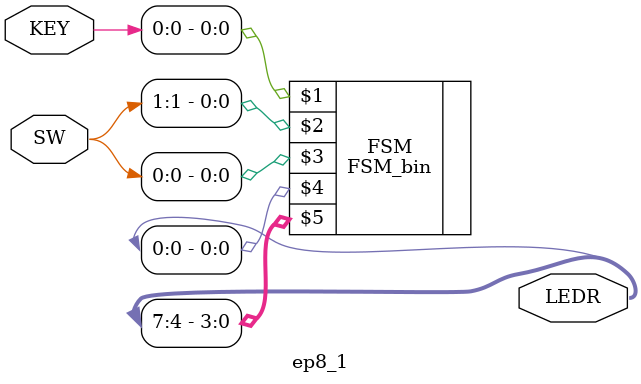
<source format=v>


module ep8_1(

	//////////// KEY //////////
	input 		     [3:0]		KEY,

	//////////// SW //////////
	input 		     [9:0]		SW,

	//////////// LED //////////
	output		     [9:0]		LEDR
);



//=======================================================
//  REG/WIRE declarations
//=======================================================


FSM_bin FSM(KEY[0], SW[1], SW[0], LEDR[0], LEDR[7:4]);

//=======================================================
//  Structural coding
//=======================================================



endmodule

</source>
